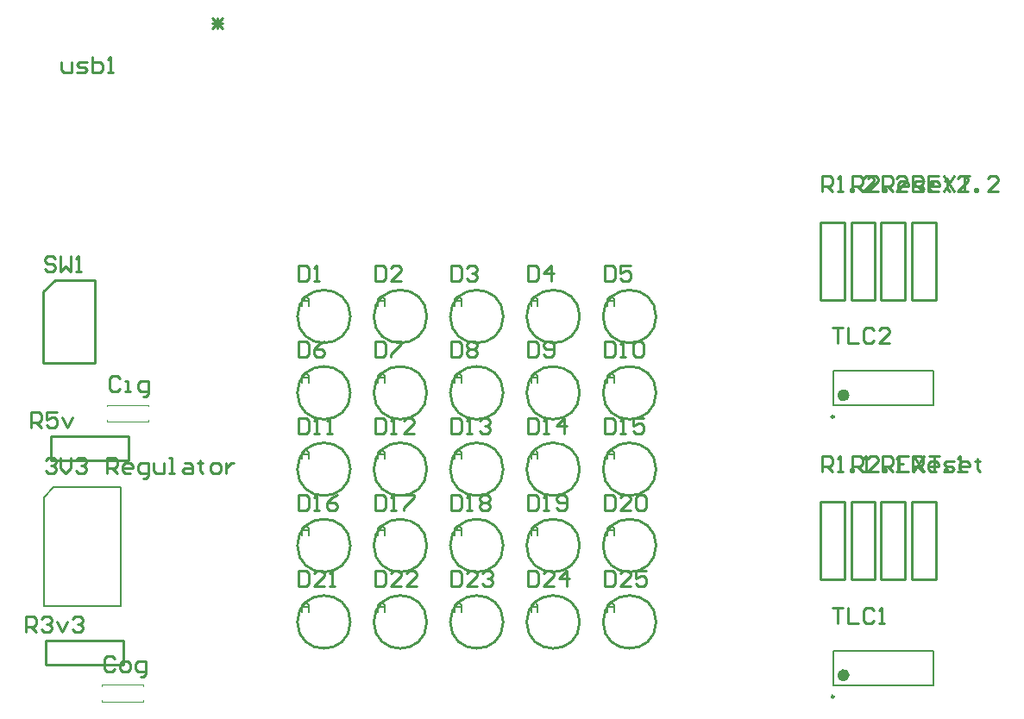
<source format=gto>
G04 Layer_Color=15132400*
%FSLAX25Y25*%
%MOIN*%
G70*
G01*
G75*
%ADD12C,0.01000*%
%ADD22C,0.00984*%
%ADD23C,0.02362*%
%ADD24C,0.00787*%
%ADD25C,0.00300*%
D12*
X354724Y383858D02*
G03*
X354724Y383858I-10236J0D01*
G01*
X325197D02*
G03*
X325197Y383858I-10236J0D01*
G01*
X295669D02*
G03*
X295669Y383858I-10236J0D01*
G01*
X266142D02*
G03*
X266142Y383858I-10236J0D01*
G01*
X236614D02*
G03*
X236614Y383858I-10236J0D01*
G01*
X354724Y354331D02*
G03*
X354724Y354331I-10236J0D01*
G01*
X325197D02*
G03*
X325197Y354331I-10236J0D01*
G01*
X295669D02*
G03*
X295669Y354331I-10236J0D01*
G01*
X266142D02*
G03*
X266142Y354331I-10236J0D01*
G01*
X236614D02*
G03*
X236614Y354331I-10236J0D01*
G01*
X354724Y324803D02*
G03*
X354724Y324803I-10236J0D01*
G01*
X325197D02*
G03*
X325197Y324803I-10236J0D01*
G01*
X295669D02*
G03*
X295669Y324803I-10236J0D01*
G01*
X266142D02*
G03*
X266142Y324803I-10236J0D01*
G01*
X236614D02*
G03*
X236614Y324803I-10236J0D01*
G01*
X354724Y295276D02*
G03*
X354724Y295276I-10236J0D01*
G01*
X325197D02*
G03*
X325197Y295276I-10236J0D01*
G01*
X295669D02*
G03*
X295669Y295276I-10236J0D01*
G01*
X266142D02*
G03*
X266142Y295276I-10236J0D01*
G01*
X236614D02*
G03*
X236614Y295276I-10236J0D01*
G01*
X354724Y265748D02*
G03*
X354724Y265748I-10236J0D01*
G01*
X325197D02*
G03*
X325197Y265748I-10236J0D01*
G01*
X295669D02*
G03*
X295669Y265748I-10236J0D01*
G01*
X266142D02*
G03*
X266142Y265748I-10236J0D01*
G01*
X236614D02*
G03*
X236614Y265748I-10236J0D01*
G01*
X117953Y365890D02*
Y393390D01*
Y365890D02*
X137953D01*
Y397890D01*
X122453D02*
X137953D01*
X117953Y393390D02*
X122453Y397890D01*
X118858Y258437D02*
X148858D01*
Y249212D02*
Y258437D01*
X118858Y249212D02*
X148858D01*
X118858D02*
Y258437D01*
X120827Y328177D02*
X150827D01*
X120827D02*
Y337403D01*
X150827D01*
Y328177D02*
Y337403D01*
X430113Y390361D02*
Y420361D01*
X439339D01*
Y390361D02*
Y420361D01*
X430113Y390361D02*
X439339D01*
X418302D02*
Y420361D01*
X427528D01*
Y390361D02*
Y420361D01*
X418302Y390361D02*
X427528D01*
X430113Y282094D02*
Y312094D01*
X439339D01*
Y282094D02*
Y312094D01*
X430113Y282094D02*
X439339D01*
X418302D02*
Y312094D01*
X427528D01*
Y282094D02*
Y312094D01*
X418302Y282094D02*
X427528D01*
X450924Y390361D02*
Y420361D01*
X441699Y390361D02*
X450924D01*
X441699D02*
Y420361D01*
X450924D01*
X462735Y282094D02*
Y312094D01*
X453510Y282094D02*
X462735D01*
X453510D02*
Y312094D01*
X462735D01*
Y390361D02*
Y420361D01*
X453510Y390361D02*
X462735D01*
X453510D02*
Y420361D01*
X462735D01*
X450924Y282094D02*
Y312094D01*
X441699Y282094D02*
X450924D01*
X441699D02*
Y312094D01*
X450924D01*
X125000Y482060D02*
Y479061D01*
X126000Y478061D01*
X128999D01*
Y482060D01*
X130998Y478061D02*
X133997D01*
X134997Y479061D01*
X133997Y480061D01*
X131998D01*
X130998Y481061D01*
X131998Y482060D01*
X134997D01*
X136996Y484059D02*
Y478061D01*
X139995D01*
X140995Y479061D01*
Y480061D01*
Y481061D01*
X139995Y482060D01*
X136996D01*
X142994Y478061D02*
X144993D01*
X143994D01*
Y484059D01*
X142994Y483060D01*
X422972Y379458D02*
X426970D01*
X424971D01*
Y373460D01*
X428970Y379458D02*
Y373460D01*
X432968D01*
X438967Y378458D02*
X437967Y379458D01*
X435967D01*
X434968Y378458D01*
Y374460D01*
X435967Y373460D01*
X437967D01*
X438967Y374460D01*
X444965Y373460D02*
X440966D01*
X444965Y377459D01*
Y378458D01*
X443965Y379458D01*
X441965D01*
X440966Y378458D01*
X422972Y271158D02*
X426970D01*
X424971D01*
Y265160D01*
X428970Y271158D02*
Y265160D01*
X432968D01*
X438967Y270158D02*
X437967Y271158D01*
X435967D01*
X434968Y270158D01*
Y266160D01*
X435967Y265160D01*
X437967D01*
X438967Y266160D01*
X440966Y265160D02*
X442965D01*
X441965D01*
Y271158D01*
X440966Y270158D01*
X122401Y406338D02*
X121402Y407338D01*
X119402D01*
X118403Y406338D01*
Y405338D01*
X119402Y404339D01*
X121402D01*
X122401Y403339D01*
Y402339D01*
X121402Y401340D01*
X119402D01*
X118403Y402339D01*
X124401Y407338D02*
Y401340D01*
X126400Y403339D01*
X128400Y401340D01*
Y407338D01*
X130399Y401340D02*
X132398D01*
X131399D01*
Y407338D01*
X130399Y406338D01*
X453972Y432060D02*
Y438058D01*
X456971D01*
X457970Y437058D01*
Y435059D01*
X456971Y434059D01*
X453972D01*
X455971D02*
X457970Y432060D01*
X463968Y438058D02*
X459970D01*
Y432060D01*
X463968D01*
X459970Y435059D02*
X461969D01*
X465968Y438058D02*
X469967Y432060D01*
Y438058D02*
X465968Y432060D01*
X471966Y438058D02*
X475964D01*
X473965D01*
Y432060D01*
X477964D02*
Y433060D01*
X478964D01*
Y432060D01*
X477964D01*
X486961D02*
X482962D01*
X486961Y436059D01*
Y437058D01*
X485961Y438058D01*
X483962D01*
X482962Y437058D01*
X442172Y323860D02*
Y329858D01*
X445171D01*
X446170Y328858D01*
Y326859D01*
X445171Y325859D01*
X442172D01*
X444171D02*
X446170Y323860D01*
X452168Y329858D02*
X448170D01*
Y323860D01*
X452168D01*
X448170Y326859D02*
X450169D01*
X454168Y329858D02*
X458167Y323860D01*
Y329858D02*
X454168Y323860D01*
X460166Y329858D02*
X464164D01*
X462165D01*
Y323860D01*
X466164D02*
Y324859D01*
X467164D01*
Y323860D01*
X466164D01*
X471162D02*
X473162D01*
X472162D01*
Y329858D01*
X471162Y328858D01*
X453972Y323860D02*
Y329858D01*
X456971D01*
X457970Y328858D01*
Y326859D01*
X456971Y325859D01*
X453972D01*
X455971D02*
X457970Y323860D01*
X462969D02*
X460969D01*
X459970Y324859D01*
Y326859D01*
X460969Y327859D01*
X462969D01*
X463968Y326859D01*
Y325859D01*
X459970D01*
X465968Y323860D02*
X468967D01*
X469967Y324859D01*
X468967Y325859D01*
X466967D01*
X465968Y326859D01*
X466967Y327859D01*
X469967D01*
X474965Y323860D02*
X472965D01*
X471966Y324859D01*
Y326859D01*
X472965Y327859D01*
X474965D01*
X475964Y326859D01*
Y325859D01*
X471966D01*
X478964Y328858D02*
Y327859D01*
X477964D01*
X479963D01*
X478964D01*
Y324859D01*
X479963Y323860D01*
X442172Y432060D02*
Y438058D01*
X445171D01*
X446170Y437058D01*
Y435059D01*
X445171Y434059D01*
X442172D01*
X444171D02*
X446170Y432060D01*
X451169D02*
X449169D01*
X448170Y433060D01*
Y435059D01*
X449169Y436059D01*
X451169D01*
X452168Y435059D01*
Y434059D01*
X448170D01*
X454168Y432060D02*
X457167D01*
X458167Y433060D01*
X457167Y434059D01*
X455167D01*
X454168Y435059D01*
X455167Y436059D01*
X458167D01*
X463165Y432060D02*
X461166D01*
X460166Y433060D01*
Y435059D01*
X461166Y436059D01*
X463165D01*
X464164Y435059D01*
Y434059D01*
X460166D01*
X467164Y437058D02*
Y436059D01*
X466164D01*
X468163D01*
X467164D01*
Y433060D01*
X468163Y432060D01*
X475161D02*
X471162D01*
X475161Y436059D01*
Y437058D01*
X474161Y438058D01*
X472162D01*
X471162Y437058D01*
X113087Y340854D02*
Y346852D01*
X116086D01*
X117086Y345853D01*
Y343853D01*
X116086Y342854D01*
X113087D01*
X115087D02*
X117086Y340854D01*
X123084Y346852D02*
X119086D01*
Y343853D01*
X121085Y344853D01*
X122084D01*
X123084Y343853D01*
Y341854D01*
X122084Y340854D01*
X120085D01*
X119086Y341854D01*
X125083Y344853D02*
X127083Y340854D01*
X129082Y344853D01*
X111150Y261917D02*
Y267915D01*
X114149D01*
X115149Y266916D01*
Y264916D01*
X114149Y263917D01*
X111150D01*
X113150D02*
X115149Y261917D01*
X117148Y266916D02*
X118148Y267915D01*
X120148D01*
X121147Y266916D01*
Y265916D01*
X120148Y264916D01*
X119148D01*
X120148D01*
X121147Y263917D01*
Y262917D01*
X120148Y261917D01*
X118148D01*
X117148Y262917D01*
X123146Y265916D02*
X125146Y261917D01*
X127145Y265916D01*
X129145Y266916D02*
X130144Y267915D01*
X132144D01*
X133143Y266916D01*
Y265916D01*
X132144Y264916D01*
X131144D01*
X132144D01*
X133143Y263917D01*
Y262917D01*
X132144Y261917D01*
X130144D01*
X129145Y262917D01*
X430572Y432060D02*
Y438058D01*
X433571D01*
X434570Y437058D01*
Y435059D01*
X433571Y434059D01*
X430572D01*
X432571D02*
X434570Y432060D01*
X440568D02*
X436570D01*
X440568Y436059D01*
Y437058D01*
X439569Y438058D01*
X437569D01*
X436570Y437058D01*
X442568Y432060D02*
Y433060D01*
X443568D01*
Y432060D01*
X442568D01*
X451565D02*
X447566D01*
X451565Y436059D01*
Y437058D01*
X450565Y438058D01*
X448566D01*
X447566Y437058D01*
X430572Y323860D02*
Y329858D01*
X433571D01*
X434570Y328858D01*
Y326859D01*
X433571Y325859D01*
X430572D01*
X432571D02*
X434570Y323860D01*
X440568D02*
X436570D01*
X440568Y327859D01*
Y328858D01*
X439569Y329858D01*
X437569D01*
X436570Y328858D01*
X442568Y323860D02*
Y324859D01*
X443568D01*
Y323860D01*
X442568D01*
X447566D02*
X449566D01*
X448566D01*
Y329858D01*
X447566Y328858D01*
X418772Y432060D02*
Y438058D01*
X421771D01*
X422770Y437058D01*
Y435059D01*
X421771Y434059D01*
X418772D01*
X420771D02*
X422770Y432060D01*
X424770D02*
X426769D01*
X425769D01*
Y438058D01*
X424770Y437058D01*
X429768Y432060D02*
Y433060D01*
X430768D01*
Y432060D01*
X429768D01*
X438765D02*
X434766D01*
X438765Y436059D01*
Y437058D01*
X437766Y438058D01*
X435766D01*
X434766Y437058D01*
X418772Y323860D02*
Y329858D01*
X421771D01*
X422770Y328858D01*
Y326859D01*
X421771Y325859D01*
X418772D01*
X420771D02*
X422770Y323860D01*
X424770D02*
X426769D01*
X425769D01*
Y329858D01*
X424770Y328858D01*
X429768Y323860D02*
Y324859D01*
X430768D01*
Y323860D01*
X429768D01*
X434766D02*
X436766D01*
X435766D01*
Y329858D01*
X434766Y328858D01*
X334738Y285496D02*
Y279498D01*
X337737D01*
X338737Y280498D01*
Y284496D01*
X337737Y285496D01*
X334738D01*
X344735Y279498D02*
X340736D01*
X344735Y283497D01*
Y284496D01*
X343735Y285496D01*
X341736D01*
X340736Y284496D01*
X350733Y285496D02*
X346734D01*
Y282497D01*
X348734Y283497D01*
X349733D01*
X350733Y282497D01*
Y280498D01*
X349733Y279498D01*
X347734D01*
X346734Y280498D01*
X305211Y285496D02*
Y279498D01*
X308210D01*
X309209Y280498D01*
Y284496D01*
X308210Y285496D01*
X305211D01*
X315207Y279498D02*
X311209D01*
X315207Y283497D01*
Y284496D01*
X314208Y285496D01*
X312208D01*
X311209Y284496D01*
X320206Y279498D02*
Y285496D01*
X317207Y282497D01*
X321205D01*
X275683Y285496D02*
Y279498D01*
X278682D01*
X279682Y280498D01*
Y284496D01*
X278682Y285496D01*
X275683D01*
X285680Y279498D02*
X281681D01*
X285680Y283497D01*
Y284496D01*
X284680Y285496D01*
X282681D01*
X281681Y284496D01*
X287679D02*
X288679Y285496D01*
X290678D01*
X291678Y284496D01*
Y283497D01*
X290678Y282497D01*
X289679D01*
X290678D01*
X291678Y281497D01*
Y280498D01*
X290678Y279498D01*
X288679D01*
X287679Y280498D01*
X246156Y285496D02*
Y279498D01*
X249154D01*
X250154Y280498D01*
Y284496D01*
X249154Y285496D01*
X246156D01*
X256152Y279498D02*
X252154D01*
X256152Y283497D01*
Y284496D01*
X255153Y285496D01*
X253153D01*
X252154Y284496D01*
X262150Y279498D02*
X258152D01*
X262150Y283497D01*
Y284496D01*
X261151Y285496D01*
X259151D01*
X258152Y284496D01*
X216628Y285496D02*
Y279498D01*
X219627D01*
X220627Y280498D01*
Y284496D01*
X219627Y285496D01*
X216628D01*
X226625Y279498D02*
X222626D01*
X226625Y283497D01*
Y284496D01*
X225625Y285496D01*
X223626D01*
X222626Y284496D01*
X228624Y279498D02*
X230623D01*
X229624D01*
Y285496D01*
X228624Y284496D01*
X334738Y315024D02*
Y309026D01*
X337737D01*
X338737Y310025D01*
Y314024D01*
X337737Y315024D01*
X334738D01*
X344735Y309026D02*
X340736D01*
X344735Y313024D01*
Y314024D01*
X343735Y315024D01*
X341736D01*
X340736Y314024D01*
X346734D02*
X347734Y315024D01*
X349733D01*
X350733Y314024D01*
Y310025D01*
X349733Y309026D01*
X347734D01*
X346734Y310025D01*
Y314024D01*
X305211Y315024D02*
Y309026D01*
X308210D01*
X309209Y310025D01*
Y314024D01*
X308210Y315024D01*
X305211D01*
X311209Y309026D02*
X313208D01*
X312208D01*
Y315024D01*
X311209Y314024D01*
X316207Y310025D02*
X317207Y309026D01*
X319206D01*
X320206Y310025D01*
Y314024D01*
X319206Y315024D01*
X317207D01*
X316207Y314024D01*
Y313024D01*
X317207Y312025D01*
X320206D01*
X275683Y315024D02*
Y309026D01*
X278682D01*
X279682Y310025D01*
Y314024D01*
X278682Y315024D01*
X275683D01*
X281681Y309026D02*
X283681D01*
X282681D01*
Y315024D01*
X281681Y314024D01*
X286680D02*
X287679Y315024D01*
X289679D01*
X290678Y314024D01*
Y313024D01*
X289679Y312025D01*
X290678Y311025D01*
Y310025D01*
X289679Y309026D01*
X287679D01*
X286680Y310025D01*
Y311025D01*
X287679Y312025D01*
X286680Y313024D01*
Y314024D01*
X287679Y312025D02*
X289679D01*
X246156Y315024D02*
Y309026D01*
X249154D01*
X250154Y310025D01*
Y314024D01*
X249154Y315024D01*
X246156D01*
X252154Y309026D02*
X254153D01*
X253153D01*
Y315024D01*
X252154Y314024D01*
X257152Y315024D02*
X261151D01*
Y314024D01*
X257152Y310025D01*
Y309026D01*
X216628Y315024D02*
Y309026D01*
X219627D01*
X220627Y310025D01*
Y314024D01*
X219627Y315024D01*
X216628D01*
X222626Y309026D02*
X224625D01*
X223626D01*
Y315024D01*
X222626Y314024D01*
X231623Y315024D02*
X229624Y314024D01*
X227624Y312025D01*
Y310025D01*
X228624Y309026D01*
X230623D01*
X231623Y310025D01*
Y311025D01*
X230623Y312025D01*
X227624D01*
X334738Y344551D02*
Y338553D01*
X337737D01*
X338737Y339553D01*
Y343551D01*
X337737Y344551D01*
X334738D01*
X340736Y338553D02*
X342736D01*
X341736D01*
Y344551D01*
X340736Y343551D01*
X349733Y344551D02*
X345735D01*
Y341552D01*
X347734Y342552D01*
X348734D01*
X349733Y341552D01*
Y339553D01*
X348734Y338553D01*
X346734D01*
X345735Y339553D01*
X305211Y344551D02*
Y338553D01*
X308210D01*
X309209Y339553D01*
Y343551D01*
X308210Y344551D01*
X305211D01*
X311209Y338553D02*
X313208D01*
X312208D01*
Y344551D01*
X311209Y343551D01*
X319206Y338553D02*
Y344551D01*
X316207Y341552D01*
X320206D01*
X275683Y344551D02*
Y338553D01*
X278682D01*
X279682Y339553D01*
Y343551D01*
X278682Y344551D01*
X275683D01*
X281681Y338553D02*
X283681D01*
X282681D01*
Y344551D01*
X281681Y343551D01*
X286680D02*
X287679Y344551D01*
X289679D01*
X290678Y343551D01*
Y342552D01*
X289679Y341552D01*
X288679D01*
X289679D01*
X290678Y340552D01*
Y339553D01*
X289679Y338553D01*
X287679D01*
X286680Y339553D01*
X246156Y344551D02*
Y338553D01*
X249154D01*
X250154Y339553D01*
Y343551D01*
X249154Y344551D01*
X246156D01*
X252154Y338553D02*
X254153D01*
X253153D01*
Y344551D01*
X252154Y343551D01*
X261151Y338553D02*
X257152D01*
X261151Y342552D01*
Y343551D01*
X260151Y344551D01*
X258152D01*
X257152Y343551D01*
X216628Y344551D02*
Y338553D01*
X219627D01*
X220627Y339553D01*
Y343551D01*
X219627Y344551D01*
X216628D01*
X222626Y338553D02*
X224625D01*
X223626D01*
Y344551D01*
X222626Y343551D01*
X227624Y338553D02*
X229624D01*
X228624D01*
Y344551D01*
X227624Y343551D01*
X334738Y374079D02*
Y368081D01*
X337737D01*
X338737Y369080D01*
Y373079D01*
X337737Y374079D01*
X334738D01*
X340736Y368081D02*
X342736D01*
X341736D01*
Y374079D01*
X340736Y373079D01*
X345735D02*
X346734Y374079D01*
X348734D01*
X349733Y373079D01*
Y369080D01*
X348734Y368081D01*
X346734D01*
X345735Y369080D01*
Y373079D01*
X305211Y374079D02*
Y368081D01*
X308210D01*
X309209Y369080D01*
Y373079D01*
X308210Y374079D01*
X305211D01*
X311209Y369080D02*
X312208Y368081D01*
X314208D01*
X315207Y369080D01*
Y373079D01*
X314208Y374079D01*
X312208D01*
X311209Y373079D01*
Y372079D01*
X312208Y371080D01*
X315207D01*
X275683Y374079D02*
Y368081D01*
X278682D01*
X279682Y369080D01*
Y373079D01*
X278682Y374079D01*
X275683D01*
X281681Y373079D02*
X282681Y374079D01*
X284680D01*
X285680Y373079D01*
Y372079D01*
X284680Y371080D01*
X285680Y370080D01*
Y369080D01*
X284680Y368081D01*
X282681D01*
X281681Y369080D01*
Y370080D01*
X282681Y371080D01*
X281681Y372079D01*
Y373079D01*
X282681Y371080D02*
X284680D01*
X246156Y374079D02*
Y368081D01*
X249154D01*
X250154Y369080D01*
Y373079D01*
X249154Y374079D01*
X246156D01*
X252154D02*
X256152D01*
Y373079D01*
X252154Y369080D01*
Y368081D01*
X216628Y374079D02*
Y368081D01*
X219627D01*
X220627Y369080D01*
Y373079D01*
X219627Y374079D01*
X216628D01*
X226625D02*
X224625Y373079D01*
X222626Y371080D01*
Y369080D01*
X223626Y368081D01*
X225625D01*
X226625Y369080D01*
Y370080D01*
X225625Y371080D01*
X222626D01*
X334738Y403606D02*
Y397608D01*
X337737D01*
X338737Y398608D01*
Y402607D01*
X337737Y403606D01*
X334738D01*
X344735D02*
X340736D01*
Y400607D01*
X342736Y401607D01*
X343735D01*
X344735Y400607D01*
Y398608D01*
X343735Y397608D01*
X341736D01*
X340736Y398608D01*
X305211Y403606D02*
Y397608D01*
X308210D01*
X309209Y398608D01*
Y402607D01*
X308210Y403606D01*
X305211D01*
X314208Y397608D02*
Y403606D01*
X311209Y400607D01*
X315207D01*
X275683Y403606D02*
Y397608D01*
X278682D01*
X279682Y398608D01*
Y402607D01*
X278682Y403606D01*
X275683D01*
X281681Y402607D02*
X282681Y403606D01*
X284680D01*
X285680Y402607D01*
Y401607D01*
X284680Y400607D01*
X283681D01*
X284680D01*
X285680Y399608D01*
Y398608D01*
X284680Y397608D01*
X282681D01*
X281681Y398608D01*
X246156Y403606D02*
Y397608D01*
X249154D01*
X250154Y398608D01*
Y402607D01*
X249154Y403606D01*
X246156D01*
X256152Y397608D02*
X252154D01*
X256152Y401607D01*
Y402607D01*
X255153Y403606D01*
X253153D01*
X252154Y402607D01*
X216628Y403606D02*
Y397608D01*
X219627D01*
X220627Y398608D01*
Y402607D01*
X219627Y403606D01*
X216628D01*
X222626Y397608D02*
X224625D01*
X223626D01*
Y403606D01*
X222626Y402607D01*
X145573Y251515D02*
X144573Y252515D01*
X142574D01*
X141574Y251515D01*
Y247516D01*
X142574Y246516D01*
X144573D01*
X145573Y247516D01*
X148572Y246516D02*
X150571D01*
X151571Y247516D01*
Y249516D01*
X150571Y250515D01*
X148572D01*
X147572Y249516D01*
Y247516D01*
X148572Y246516D01*
X155570Y244517D02*
X156569D01*
X157569Y245517D01*
Y250515D01*
X154570D01*
X153570Y249516D01*
Y247516D01*
X154570Y246516D01*
X157569D01*
X147493Y359767D02*
X146493Y360767D01*
X144494D01*
X143494Y359767D01*
Y355768D01*
X144494Y354768D01*
X146493D01*
X147493Y355768D01*
X149493Y354768D02*
X151492D01*
X150492D01*
Y358767D01*
X149493D01*
X156490Y352769D02*
X157490D01*
X158490Y353769D01*
Y358767D01*
X155491D01*
X154491Y357768D01*
Y355768D01*
X155491Y354768D01*
X158490D01*
X118729Y328338D02*
X119729Y329337D01*
X121728D01*
X122728Y328338D01*
Y327338D01*
X121728Y326338D01*
X120729D01*
X121728D01*
X122728Y325339D01*
Y324339D01*
X121728Y323339D01*
X119729D01*
X118729Y324339D01*
X124727Y329337D02*
Y325339D01*
X126726Y323339D01*
X128726Y325339D01*
Y329337D01*
X130725Y328338D02*
X131725Y329337D01*
X133724D01*
X134724Y328338D01*
Y327338D01*
X133724Y326338D01*
X132725D01*
X133724D01*
X134724Y325339D01*
Y324339D01*
X133724Y323339D01*
X131725D01*
X130725Y324339D01*
X142721Y323339D02*
Y329337D01*
X145720D01*
X146720Y328338D01*
Y326338D01*
X145720Y325339D01*
X142721D01*
X144721D02*
X146720Y323339D01*
X151718D02*
X149719D01*
X148719Y324339D01*
Y326338D01*
X149719Y327338D01*
X151718D01*
X152718Y326338D01*
Y325339D01*
X148719D01*
X156717Y321340D02*
X157717D01*
X158716Y322340D01*
Y327338D01*
X155717D01*
X154718Y326338D01*
Y324339D01*
X155717Y323339D01*
X158716D01*
X160716Y327338D02*
Y324339D01*
X161715Y323339D01*
X164714D01*
Y327338D01*
X166714Y323339D02*
X168713D01*
X167713D01*
Y329337D01*
X166714D01*
X172712Y327338D02*
X174711D01*
X175711Y326338D01*
Y323339D01*
X172712D01*
X171712Y324339D01*
X172712Y325339D01*
X175711D01*
X178710Y328338D02*
Y327338D01*
X177710D01*
X179709D01*
X178710D01*
Y324339D01*
X179709Y323339D01*
X183708D02*
X185707D01*
X186707Y324339D01*
Y326338D01*
X185707Y327338D01*
X183708D01*
X182708Y326338D01*
Y324339D01*
X183708Y323339D01*
X188707Y327338D02*
Y323339D01*
Y325339D01*
X189706Y326338D01*
X190706Y327338D01*
X191706D01*
X183370Y499082D02*
X187369Y495083D01*
X183370D02*
X187369Y499082D01*
X183370Y497083D02*
X187369D01*
X185369Y495083D02*
Y499082D01*
D22*
X423491Y345125D02*
G03*
X423491Y345125I-492J0D01*
G01*
Y236857D02*
G03*
X423491Y236857I-492J0D01*
G01*
D23*
X428314Y353393D02*
G03*
X428314Y353393I-1181J0D01*
G01*
Y245125D02*
G03*
X428314Y245125I-1181J0D01*
G01*
D24*
X118110Y271850D02*
X148032D01*
Y317913D01*
X122047D02*
X148032D01*
X118110Y271850D02*
Y313976D01*
X122047Y317913D01*
X423196Y349456D02*
X461779D01*
X423196Y362842D02*
X461779D01*
X423196Y349456D02*
Y362842D01*
X461779Y349456D02*
Y362842D01*
X423196Y241188D02*
X461779D01*
X423196Y254574D02*
X461779D01*
X423196Y241188D02*
Y254574D01*
X461779Y241188D02*
Y254574D01*
X335945Y387795D02*
Y390419D01*
X337257Y391731D01*
X338569Y390419D01*
Y387795D01*
Y389763D01*
X335945D01*
X306417Y387795D02*
Y390419D01*
X307729Y391731D01*
X309041Y390419D01*
Y387795D01*
Y389763D01*
X306417D01*
X276890Y387795D02*
Y390419D01*
X278202Y391731D01*
X279514Y390419D01*
Y387795D01*
Y389763D01*
X276890D01*
X247362Y387795D02*
Y390419D01*
X248674Y391731D01*
X249986Y390419D01*
Y387795D01*
Y389763D01*
X247362D01*
X217835Y387795D02*
Y390419D01*
X219146Y391731D01*
X220459Y390419D01*
Y387795D01*
Y389763D01*
X217835D01*
X335945Y358268D02*
Y360892D01*
X337257Y362204D01*
X338569Y360892D01*
Y358268D01*
Y360236D01*
X335945D01*
X306417Y358268D02*
Y360892D01*
X307729Y362204D01*
X309041Y360892D01*
Y358268D01*
Y360236D01*
X306417D01*
X276890Y358268D02*
Y360892D01*
X278202Y362204D01*
X279514Y360892D01*
Y358268D01*
Y360236D01*
X276890D01*
X247362Y358268D02*
Y360892D01*
X248674Y362204D01*
X249986Y360892D01*
Y358268D01*
Y360236D01*
X247362D01*
X217835Y358268D02*
Y360892D01*
X219146Y362204D01*
X220459Y360892D01*
Y358268D01*
Y360236D01*
X217835D01*
X335945Y328740D02*
Y331364D01*
X337257Y332676D01*
X338569Y331364D01*
Y328740D01*
Y330708D01*
X335945D01*
X306417Y328740D02*
Y331364D01*
X307729Y332676D01*
X309041Y331364D01*
Y328740D01*
Y330708D01*
X306417D01*
X276890Y328740D02*
Y331364D01*
X278202Y332676D01*
X279514Y331364D01*
Y328740D01*
Y330708D01*
X276890D01*
X247362Y328740D02*
Y331364D01*
X248674Y332676D01*
X249986Y331364D01*
Y328740D01*
Y330708D01*
X247362D01*
X217835Y328740D02*
Y331364D01*
X219146Y332676D01*
X220459Y331364D01*
Y328740D01*
Y330708D01*
X217835D01*
X335945Y299213D02*
Y301836D01*
X337257Y303148D01*
X338569Y301836D01*
Y299213D01*
Y301181D01*
X335945D01*
X306417Y299213D02*
Y301836D01*
X307729Y303148D01*
X309041Y301836D01*
Y299213D01*
Y301181D01*
X306417D01*
X276890Y299213D02*
Y301836D01*
X278202Y303148D01*
X279514Y301836D01*
Y299213D01*
Y301181D01*
X276890D01*
X247362Y299213D02*
Y301836D01*
X248674Y303148D01*
X249986Y301836D01*
Y299213D01*
Y301181D01*
X247362D01*
X217835Y299213D02*
Y301836D01*
X219146Y303148D01*
X220459Y301836D01*
Y299213D01*
Y301181D01*
X217835D01*
X335945Y269685D02*
Y272309D01*
X337257Y273621D01*
X338569Y272309D01*
Y269685D01*
Y271653D01*
X335945D01*
X306417Y269685D02*
Y272309D01*
X307729Y273621D01*
X309041Y272309D01*
Y269685D01*
Y271653D01*
X306417D01*
X276890Y269685D02*
Y272309D01*
X278202Y273621D01*
X279514Y272309D01*
Y269685D01*
Y271653D01*
X276890D01*
X247362Y269685D02*
Y272309D01*
X248674Y273621D01*
X249986Y272309D01*
Y269685D01*
Y271653D01*
X247362D01*
X217835Y269685D02*
Y272309D01*
X219146Y273621D01*
X220459Y272309D01*
Y269685D01*
Y271653D01*
X217835D01*
D25*
X140701Y241389D02*
X156701D01*
X140701Y234989D02*
X156701D01*
X140701D02*
Y235689D01*
X156701Y234989D02*
Y235589D01*
Y240789D02*
Y241389D01*
X140701Y240789D02*
Y241389D01*
X142669Y349657D02*
X158669D01*
X142669Y343257D02*
X158669D01*
X142669D02*
Y343957D01*
X158669Y343257D02*
Y343857D01*
Y349057D02*
Y349657D01*
X142669Y349057D02*
Y349657D01*
M02*

</source>
